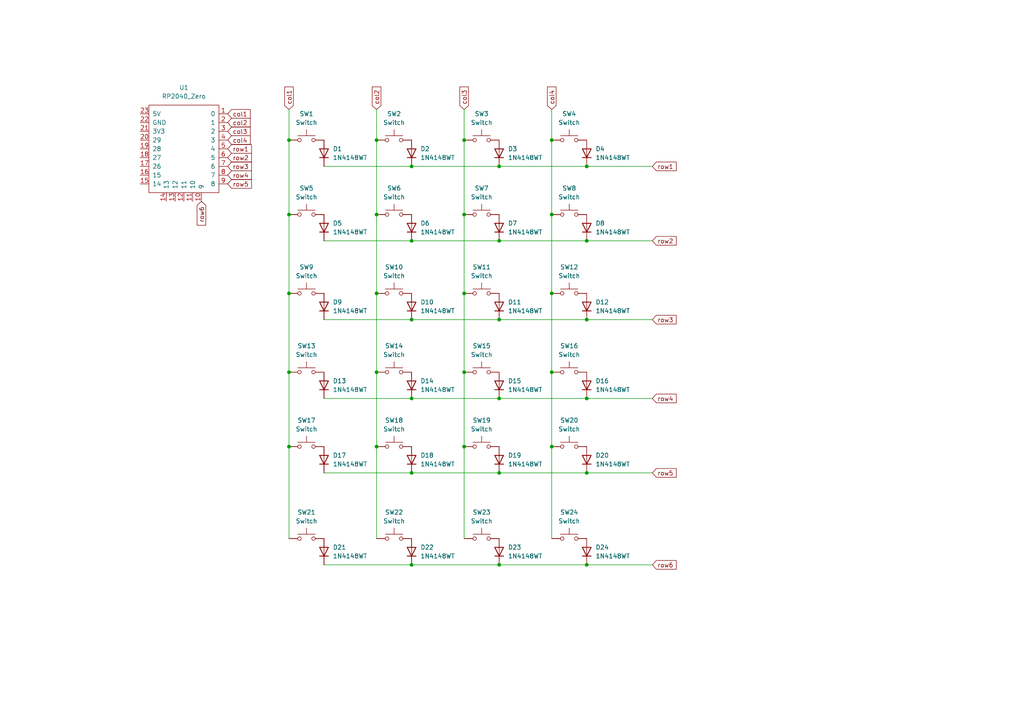
<source format=kicad_sch>
(kicad_sch (version 20250114) (generator "eeschema") (generator_version "9.0")
  (paper "A4")
  (lib_symbols
    (symbol "Diode:1N4148WT" (pin_numbers (hide yes)) (pin_names (hide yes))
      (property "Reference" "D" (at 0 2.54 0))
      (property "Value" "1N4148WT" (at 0 -2.54 0))
      (symbol "1N4148WT_0_1"
        (polyline (pts (xy -1.27 1.27) (xy -1.27 -1.27)) (stroke (width 0.254)))
        (polyline (pts (xy 1.27 1.27) (xy 1.27 -1.27) (xy -1.27 0) (xy 1.27 1.27)) (stroke (width 0.254)))
        (polyline (pts (xy 1.27 0) (xy -1.27 0)))
      )
      (symbol "1N4148WT_1_1"
        (pin passive line (at -3.81 0 0) (length 2.54) (name "K") (number "1"))
        (pin passive line (at 3.81 0 180) (length 2.54) (name "A") (number "2"))
      )
    )
    (symbol "ScottoKeebs:MCU_RP2040_Zero" (pin_names (offset 1.016))
      (property "Reference" "U" (at 0 15.24 0))
      (property "Value" "RP2040_Zero" (at 0 12.7 0))
      (symbol "MCU_RP2040_Zero_0_1"
        (rectangle (start -10.16 11.43) (end 10.16 -13.97))
      )
      (symbol "MCU_RP2040_Zero_1_1"
        (pin power_out line (at -12.7 8.89 0) (length 2.54) (name "5V") (number "23"))
        (pin power_out line (at -12.7 6.35 0) (length 2.54) (name "GND") (number "22"))
        (pin power_out line (at -12.7 3.81 0) (length 2.54) (name "3V3") (number "21"))
        (pin bidirectional line (at -12.7 1.27 0) (length 2.54) (name "29") (number "20"))
        (pin bidirectional line (at -12.7 -1.27 0) (length 2.54) (name "28") (number "19"))
        (pin bidirectional line (at -12.7 -3.81 0) (length 2.54) (name "27") (number "18"))
        (pin bidirectional line (at -12.7 -6.35 0) (length 2.54) (name "26") (number "17"))
        (pin bidirectional line (at -12.7 -8.89 0) (length 2.54) (name "15") (number "16"))
        (pin bidirectional line (at -12.7 -11.43 0) (length 2.54) (name "14") (number "15"))
        (pin bidirectional line (at -5.08 -16.51 90) (length 2.54) (name "13") (number "14"))
        (pin bidirectional line (at -2.54 -16.51 90) (length 2.54) (name "12") (number "13"))
        (pin bidirectional line (at 0 -16.51 90) (length 2.54) (name "11") (number "12"))
        (pin bidirectional line (at 2.54 -16.51 90) (length 2.54) (name "10") (number "11"))
        (pin bidirectional line (at 5.08 -16.51 90) (length 2.54) (name "9") (number "10"))
        (pin bidirectional line (at 12.7 8.89 180) (length 2.54) (name "0") (number "1"))
        (pin bidirectional line (at 12.7 6.35 180) (length 2.54) (name "1") (number "2"))
        (pin bidirectional line (at 12.7 3.81 180) (length 2.54) (name "2") (number "3"))
        (pin bidirectional line (at 12.7 1.27 180) (length 2.54) (name "3") (number "4"))
        (pin bidirectional line (at 12.7 -1.27 180) (length 2.54) (name "4") (number "5"))
        (pin bidirectional line (at 12.7 -3.81 180) (length 2.54) (name "5") (number "6"))
        (pin bidirectional line (at 12.7 -6.35 180) (length 2.54) (name "6") (number "7"))
        (pin bidirectional line (at 12.7 -8.89 180) (length 2.54) (name "7") (number "8"))
        (pin bidirectional line (at 12.7 -11.43 180) (length 2.54) (name "8") (number "9"))
      )
    )
    (symbol "ScottoKeebs:Placeholder_Switch" (pin_numbers (hide yes)) (pin_names (offset 1.016) (hide yes))
      (property "Reference" "SW" (at 1.27 2.54 0))
      (property "Value" "Switch" (at 0 -1.524 0))
      (symbol "Placeholder_Switch_0_1"
        (circle (center -2.032 0) (radius 0.508))
        (polyline (pts (xy 0 1.27) (xy 0 3.048)))
        (circle (center 2.032 0) (radius 0.508))
        (polyline (pts (xy 2.54 1.27) (xy -2.54 1.27)))
        (pin passive line (at -5.08 0 0) (length 2.54) (name "1") (number "1"))
        (pin passive line (at 5.08 0 180) (length 2.54) (name "2") (number "2"))
      )
    )
  )
  (junction (at 134.62 129.54))
  (junction (at 170.18 92.71))
  (junction (at 160.02 107.95))
  (junction (at 160.02 129.54))
  (junction (at 160.02 62.23))
  (junction (at 144.78 69.85))
  (junction (at 83.82 62.23))
  (junction (at 170.18 48.26))
  (junction (at 170.18 69.85))
  (junction (at 109.22 40.64))
  (junction (at 119.38 115.57))
  (junction (at 144.78 115.57))
  (junction (at 109.22 129.54))
  (junction (at 134.62 85.09))
  (junction (at 144.78 92.71))
  (junction (at 160.02 40.64))
  (junction (at 83.82 40.64))
  (junction (at 109.22 107.95))
  (junction (at 83.82 129.54))
  (junction (at 119.38 92.71))
  (junction (at 119.38 163.83))
  (junction (at 134.62 40.64))
  (junction (at 109.22 85.09))
  (junction (at 144.78 137.16))
  (junction (at 144.78 163.83))
  (junction (at 170.18 137.16))
  (junction (at 119.38 137.16))
  (junction (at 144.78 48.26))
  (junction (at 170.18 115.57))
  (junction (at 109.22 62.23))
  (junction (at 134.62 107.95))
  (junction (at 119.38 48.26))
  (junction (at 160.02 85.09))
  (junction (at 83.82 85.09))
  (junction (at 119.38 69.85))
  (junction (at 134.62 62.23))
  (junction (at 170.18 163.83))
  (junction (at 83.82 107.95))
  (wire (pts (xy 93.98 137.16) (xy 119.38 137.16)))
  (wire (pts (xy 144.78 92.71) (xy 170.18 92.71)))
  (wire (pts (xy 83.82 129.54) (xy 83.82 156.21)))
  (wire (pts (xy 119.38 92.71) (xy 144.78 92.71)))
  (wire (pts (xy 83.82 40.64) (xy 83.82 62.23)))
  (wire (pts (xy 170.18 137.16) (xy 189.23 137.16)))
  (wire (pts (xy 170.18 69.85) (xy 189.23 69.85)))
  (wire (pts (xy 93.98 48.26) (xy 119.38 48.26)))
  (wire (pts (xy 134.62 85.09) (xy 134.62 107.95)))
  (wire (pts (xy 119.38 137.16) (xy 144.78 137.16)))
  (wire (pts (xy 93.98 163.83) (xy 119.38 163.83)))
  (wire (pts (xy 170.18 115.57) (xy 189.23 115.57)))
  (wire (pts (xy 134.62 129.54) (xy 134.62 156.21)))
  (wire (pts (xy 144.78 115.57) (xy 170.18 115.57)))
  (wire (pts (xy 170.18 163.83) (xy 189.23 163.83)))
  (wire (pts (xy 160.02 107.95) (xy 160.02 129.54)))
  (wire (pts (xy 134.62 40.64) (xy 134.62 62.23)))
  (wire (pts (xy 119.38 163.83) (xy 144.78 163.83)))
  (wire (pts (xy 119.38 48.26) (xy 144.78 48.26)))
  (wire (pts (xy 160.02 62.23) (xy 160.02 85.09)))
  (wire (pts (xy 160.02 129.54) (xy 160.02 156.21)))
  (wire (pts (xy 160.02 40.64) (xy 160.02 62.23)))
  (wire (pts (xy 93.98 92.71) (xy 119.38 92.71)))
  (wire (pts (xy 83.82 31.75) (xy 83.82 40.64)))
  (wire (pts (xy 109.22 62.23) (xy 109.22 85.09)))
  (wire (pts (xy 109.22 31.75) (xy 109.22 40.64)))
  (wire (pts (xy 144.78 69.85) (xy 170.18 69.85)))
  (wire (pts (xy 83.82 85.09) (xy 83.82 107.95)))
  (wire (pts (xy 160.02 31.75) (xy 160.02 40.64)))
  (wire (pts (xy 109.22 107.95) (xy 109.22 129.54)))
  (wire (pts (xy 93.98 115.57) (xy 119.38 115.57)))
  (wire (pts (xy 144.78 48.26) (xy 170.18 48.26)))
  (wire (pts (xy 160.02 85.09) (xy 160.02 107.95)))
  (wire (pts (xy 83.82 62.23) (xy 83.82 85.09)))
  (wire (pts (xy 134.62 31.75) (xy 134.62 40.64)))
  (wire (pts (xy 134.62 62.23) (xy 134.62 85.09)))
  (wire (pts (xy 83.82 107.95) (xy 83.82 129.54)))
  (wire (pts (xy 119.38 69.85) (xy 144.78 69.85)))
  (wire (pts (xy 144.78 137.16) (xy 170.18 137.16)))
  (wire (pts (xy 109.22 85.09) (xy 109.22 107.95)))
  (wire (pts (xy 144.78 163.83) (xy 170.18 163.83)))
  (wire (pts (xy 134.62 107.95) (xy 134.62 129.54)))
  (wire (pts (xy 93.98 69.85) (xy 119.38 69.85)))
  (wire (pts (xy 119.38 115.57) (xy 144.78 115.57)))
  (wire (pts (xy 170.18 92.71) (xy 189.23 92.71)))
  (wire (pts (xy 109.22 129.54) (xy 109.22 156.21)))
  (wire (pts (xy 109.22 40.64) (xy 109.22 62.23)))
  (wire (pts (xy 170.18 48.26) (xy 189.23 48.26)))
  (global_label "row3" (shape input) (at 66.04 48.26 0) (property "Intersheetrefs" "${INTERSHEET_REFS}" (effects (hide yes))))
  (global_label "col4" (shape input) (at 160.02 31.75 90) (property "Intersheetrefs" "${INTERSHEET_REFS}" (effects (hide yes))))
  (global_label "row5" (shape input) (at 66.04 53.34 0) (property "Intersheetrefs" "${INTERSHEET_REFS}" (effects (hide yes))))
  (global_label "row3" (shape input) (at 189.23 92.71 0) (property "Intersheetrefs" "${INTERSHEET_REFS}" (effects (hide yes))))
  (global_label "row6" (shape input) (at 58.42 58.42 270) (property "Intersheetrefs" "${INTERSHEET_REFS}" (effects (hide yes))))
  (global_label "col2" (shape input) (at 109.22 31.75 90) (property "Intersheetrefs" "${INTERSHEET_REFS}" (effects (hide yes))))
  (global_label "col1" (shape input) (at 66.04 33.02 0) (property "Intersheetrefs" "${INTERSHEET_REFS}" (effects (hide yes))))
  (global_label "col1" (shape input) (at 83.82 31.75 90) (property "Intersheetrefs" "${INTERSHEET_REFS}" (effects (hide yes))))
  (global_label "col4" (shape input) (at 66.04 40.64 0) (property "Intersheetrefs" "${INTERSHEET_REFS}" (effects (hide yes))))
  (global_label "col2" (shape input) (at 66.04 35.56 0) (property "Intersheetrefs" "${INTERSHEET_REFS}" (effects (hide yes))))
  (global_label "row1" (shape input) (at 189.23 48.26 0) (property "Intersheetrefs" "${INTERSHEET_REFS}" (effects (hide yes))))
  (global_label "row5" (shape input) (at 189.23 137.16 0) (property "Intersheetrefs" "${INTERSHEET_REFS}" (effects (hide yes))))
  (global_label "col3" (shape input) (at 66.04 38.1 0) (property "Intersheetrefs" "${INTERSHEET_REFS}" (effects (hide yes))))
  (global_label "row4" (shape input) (at 66.04 50.8 0) (property "Intersheetrefs" "${INTERSHEET_REFS}" (effects (hide yes))))
  (global_label "col3" (shape input) (at 134.62 31.75 90) (property "Intersheetrefs" "${INTERSHEET_REFS}" (effects (hide yes))))
  (global_label "row6" (shape input) (at 189.23 163.83 0) (property "Intersheetrefs" "${INTERSHEET_REFS}" (effects (hide yes))))
  (global_label "row1" (shape input) (at 66.04 43.18 0) (property "Intersheetrefs" "${INTERSHEET_REFS}" (effects (hide yes))))
  (global_label "row2" (shape input) (at 66.04 45.72 0) (property "Intersheetrefs" "${INTERSHEET_REFS}" (effects (hide yes))))
  (global_label "row2" (shape input) (at 189.23 69.85 0) (property "Intersheetrefs" "${INTERSHEET_REFS}" (effects (hide yes))))
  (global_label "row4" (shape input) (at 189.23 115.57 0) (property "Intersheetrefs" "${INTERSHEET_REFS}" (effects (hide yes))))
  (symbol (lib_id "Diode:1N4148WT") (at 170.18 111.76 90) (unit 1)
    (property "Reference" "D16" (at 172.72 110.4899 90) (effects (justify right)))
    (property "Value" "1N4148WT" (at 172.72 113.0299 90) (effects (justify right)))
    (property "Footprint" "Diode_SMD:D_SOD-523" (effects (hide yes)))
    (property "Datasheet" "https://www.diodes.com/assets/Datasheets/ds30396.pdf" (effects (hide yes)))
    (property "Description" "75V 0.15A Fast switching Diode, SOD-523" (effects (hide yes)))
    (property "Sim.Device" "D" (effects (hide yes)))
    (property "Sim.Pins" "1=K 2=A" (effects (hide yes)))
  )
  (symbol (lib_id "Diode:1N4148WT") (at 170.18 133.35 90) (unit 1)
    (property "Reference" "D20" (at 172.72 132.0799 90) (effects (justify right)))
    (property "Value" "1N4148WT" (at 172.72 134.6199 90) (effects (justify right)))
    (property "Footprint" "Diode_SMD:D_SOD-523" (effects (hide yes)))
    (property "Datasheet" "https://www.diodes.com/assets/Datasheets/ds30396.pdf" (effects (hide yes)))
    (property "Description" "75V 0.15A Fast switching Diode, SOD-523" (effects (hide yes)))
    (property "Sim.Device" "D" (effects (hide yes)))
    (property "Sim.Pins" "1=K 2=A" (effects (hide yes)))
  )
  (symbol (lib_id "ScottoKeebs:Placeholder_Switch") (at 165.1 156.21 0) (unit 1)
    (property "Reference" "SW24" (at 165.1 148.59 0))
    (property "Value" "Switch" (at 165.1 151.13 0))
    (property "Description" "Push button switch, generic, two pins" (effects (hide yes)))
  )
  (symbol (lib_id "ScottoKeebs:Placeholder_Switch") (at 114.3 129.54 0) (unit 1)
    (property "Reference" "SW18" (at 114.3 121.92 0))
    (property "Value" "Switch" (at 114.3 124.46 0))
    (property "Description" "Push button switch, generic, two pins" (effects (hide yes)))
  )
  (symbol (lib_id "ScottoKeebs:Placeholder_Switch") (at 139.7 129.54 0) (unit 1)
    (property "Reference" "SW19" (at 139.7 121.92 0))
    (property "Value" "Switch" (at 139.7 124.46 0))
    (property "Description" "Push button switch, generic, two pins" (effects (hide yes)))
  )
  (symbol (lib_id "Diode:1N4148WT") (at 170.18 88.9 90) (unit 1)
    (property "Reference" "D12" (at 172.72 87.6299 90) (effects (justify right)))
    (property "Value" "1N4148WT" (at 172.72 90.1699 90) (effects (justify right)))
    (property "Footprint" "Diode_SMD:D_SOD-523" (effects (hide yes)))
    (property "Datasheet" "https://www.diodes.com/assets/Datasheets/ds30396.pdf" (effects (hide yes)))
    (property "Description" "75V 0.15A Fast switching Diode, SOD-523" (effects (hide yes)))
    (property "Sim.Device" "D" (effects (hide yes)))
    (property "Sim.Pins" "1=K 2=A" (effects (hide yes)))
  )
  (symbol (lib_id "ScottoKeebs:Placeholder_Switch") (at 139.7 156.21 0) (unit 1)
    (property "Reference" "SW23" (at 139.7 148.59 0))
    (property "Value" "Switch" (at 139.7 151.13 0))
    (property "Description" "Push button switch, generic, two pins" (effects (hide yes)))
  )
  (symbol (lib_id "Diode:1N4148WT") (at 119.38 66.04 90) (unit 1)
    (property "Reference" "D6" (at 121.92 64.7699 90) (effects (justify right)))
    (property "Value" "1N4148WT" (at 121.92 67.3099 90) (effects (justify right)))
    (property "Footprint" "Diode_SMD:D_SOD-523" (effects (hide yes)))
    (property "Datasheet" "https://www.diodes.com/assets/Datasheets/ds30396.pdf" (effects (hide yes)))
    (property "Description" "75V 0.15A Fast switching Diode, SOD-523" (effects (hide yes)))
    (property "Sim.Device" "D" (effects (hide yes)))
    (property "Sim.Pins" "1=K 2=A" (effects (hide yes)))
  )
  (symbol (lib_id "Diode:1N4148WT") (at 119.38 133.35 90) (unit 1)
    (property "Reference" "D18" (at 121.92 132.0799 90) (effects (justify right)))
    (property "Value" "1N4148WT" (at 121.92 134.6199 90) (effects (justify right)))
    (property "Footprint" "Diode_SMD:D_SOD-523" (effects (hide yes)))
    (property "Datasheet" "https://www.diodes.com/assets/Datasheets/ds30396.pdf" (effects (hide yes)))
    (property "Description" "75V 0.15A Fast switching Diode, SOD-523" (effects (hide yes)))
    (property "Sim.Device" "D" (effects (hide yes)))
    (property "Sim.Pins" "1=K 2=A" (effects (hide yes)))
  )
  (symbol (lib_id "ScottoKeebs:Placeholder_Switch") (at 114.3 107.95 0) (unit 1)
    (property "Reference" "SW14" (at 114.3 100.33 0))
    (property "Value" "Switch" (at 114.3 102.87 0))
    (property "Description" "Push button switch, generic, two pins" (effects (hide yes)))
  )
  (symbol (lib_id "ScottoKeebs:Placeholder_Switch") (at 114.3 156.21 0) (unit 1)
    (property "Reference" "SW22" (at 114.3 148.59 0))
    (property "Value" "Switch" (at 114.3 151.13 0))
    (property "Description" "Push button switch, generic, two pins" (effects (hide yes)))
  )
  (symbol (lib_id "ScottoKeebs:Placeholder_Switch") (at 139.7 62.23 0) (unit 1)
    (property "Reference" "SW7" (at 139.7 54.61 0))
    (property "Value" "Switch" (at 139.7 57.15 0))
    (property "Description" "Push button switch, generic, two pins" (effects (hide yes)))
  )
  (symbol (lib_id "Diode:1N4148WT") (at 170.18 44.45 90) (unit 1)
    (property "Reference" "D4" (at 172.72 43.1799 90) (effects (justify right)))
    (property "Value" "1N4148WT" (at 172.72 45.7199 90) (effects (justify right)))
    (property "Footprint" "Diode_SMD:D_SOD-523" (effects (hide yes)))
    (property "Datasheet" "https://www.diodes.com/assets/Datasheets/ds30396.pdf" (effects (hide yes)))
    (property "Description" "75V 0.15A Fast switching Diode, SOD-523" (effects (hide yes)))
    (property "Sim.Device" "D" (effects (hide yes)))
    (property "Sim.Pins" "1=K 2=A" (effects (hide yes)))
  )
  (symbol (lib_id "ScottoKeebs:Placeholder_Switch") (at 88.9 107.95 0) (unit 1)
    (property "Reference" "SW13" (at 88.9 100.33 0))
    (property "Value" "Switch" (at 88.9 102.87 0))
    (property "Description" "Push button switch, generic, two pins" (effects (hide yes)))
  )
  (symbol (lib_id "ScottoKeebs:Placeholder_Switch") (at 165.1 107.95 0) (unit 1)
    (property "Reference" "SW16" (at 165.1 100.33 0))
    (property "Value" "Switch" (at 165.1 102.87 0))
    (property "Description" "Push button switch, generic, two pins" (effects (hide yes)))
  )
  (symbol (lib_id "Diode:1N4148WT") (at 144.78 44.45 90) (unit 1)
    (property "Reference" "D3" (at 147.32 43.1799 90) (effects (justify right)))
    (property "Value" "1N4148WT" (at 147.32 45.7199 90) (effects (justify right)))
    (property "Footprint" "Diode_SMD:D_SOD-523" (effects (hide yes)))
    (property "Datasheet" "https://www.diodes.com/assets/Datasheets/ds30396.pdf" (effects (hide yes)))
    (property "Description" "75V 0.15A Fast switching Diode, SOD-523" (effects (hide yes)))
    (property "Sim.Device" "D" (effects (hide yes)))
    (property "Sim.Pins" "1=K 2=A" (effects (hide yes)))
  )
  (symbol (lib_id "Diode:1N4148WT") (at 144.78 111.76 90) (unit 1)
    (property "Reference" "D15" (at 147.32 110.4899 90) (effects (justify right)))
    (property "Value" "1N4148WT" (at 147.32 113.0299 90) (effects (justify right)))
    (property "Footprint" "Diode_SMD:D_SOD-523" (effects (hide yes)))
    (property "Datasheet" "https://www.diodes.com/assets/Datasheets/ds30396.pdf" (effects (hide yes)))
    (property "Description" "75V 0.15A Fast switching Diode, SOD-523" (effects (hide yes)))
    (property "Sim.Device" "D" (effects (hide yes)))
    (property "Sim.Pins" "1=K 2=A" (effects (hide yes)))
  )
  (symbol (lib_id "Diode:1N4148WT") (at 93.98 44.45 90) (unit 1)
    (property "Reference" "D1" (at 96.52 43.1799 90) (effects (justify right)))
    (property "Value" "1N4148WT" (at 96.52 45.7199 90) (effects (justify right)))
    (property "Footprint" "Diode_SMD:D_SOD-523" (effects (hide yes)))
    (property "Datasheet" "https://www.diodes.com/assets/Datasheets/ds30396.pdf" (effects (hide yes)))
    (property "Description" "75V 0.15A Fast switching Diode, SOD-523" (effects (hide yes)))
    (property "Sim.Device" "D" (effects (hide yes)))
    (property "Sim.Pins" "1=K 2=A" (effects (hide yes)))
  )
  (symbol (lib_id "ScottoKeebs:MCU_RP2040_Zero") (at 53.34 41.91 0) (unit 1)
    (property "Reference" "U1" (at 53.34 25.4 0))
    (property "Value" "RP2040_Zero" (at 53.34 27.94 0))
    (property "Footprint" "ScottoKeebs_MCU:RP2040_Zero" (effects (hide yes)))
  )
  (symbol (lib_id "ScottoKeebs:Placeholder_Switch") (at 88.9 85.09 0) (unit 1)
    (property "Reference" "SW9" (at 88.9 77.47 0))
    (property "Value" "Switch" (at 88.9 80.01 0))
    (property "Description" "Push button switch, generic, two pins" (effects (hide yes)))
  )
  (symbol (lib_id "Diode:1N4148WT") (at 119.38 111.76 90) (unit 1)
    (property "Reference" "D14" (at 121.92 110.4899 90) (effects (justify right)))
    (property "Value" "1N4148WT" (at 121.92 113.0299 90) (effects (justify right)))
    (property "Footprint" "Diode_SMD:D_SOD-523" (effects (hide yes)))
    (property "Datasheet" "https://www.diodes.com/assets/Datasheets/ds30396.pdf" (effects (hide yes)))
    (property "Description" "75V 0.15A Fast switching Diode, SOD-523" (effects (hide yes)))
    (property "Sim.Device" "D" (effects (hide yes)))
    (property "Sim.Pins" "1=K 2=A" (effects (hide yes)))
  )
  (symbol (lib_id "ScottoKeebs:Placeholder_Switch") (at 88.9 40.64 0) (unit 1)
    (property "Reference" "SW1" (at 88.9 33.02 0))
    (property "Value" "Switch" (at 88.9 35.56 0))
    (property "Description" "Push button switch, generic, two pins" (effects (hide yes)))
  )
  (symbol (lib_id "Diode:1N4148WT") (at 144.78 133.35 90) (unit 1)
    (property "Reference" "D19" (at 147.32 132.0799 90) (effects (justify right)))
    (property "Value" "1N4148WT" (at 147.32 134.6199 90) (effects (justify right)))
    (property "Footprint" "Diode_SMD:D_SOD-523" (effects (hide yes)))
    (property "Datasheet" "https://www.diodes.com/assets/Datasheets/ds30396.pdf" (effects (hide yes)))
    (property "Description" "75V 0.15A Fast switching Diode, SOD-523" (effects (hide yes)))
    (property "Sim.Device" "D" (effects (hide yes)))
    (property "Sim.Pins" "1=K 2=A" (effects (hide yes)))
  )
  (symbol (lib_id "Diode:1N4148WT") (at 93.98 66.04 90) (unit 1)
    (property "Reference" "D5" (at 96.52 64.7699 90) (effects (justify right)))
    (property "Value" "1N4148WT" (at 96.52 67.3099 90) (effects (justify right)))
    (property "Footprint" "Diode_SMD:D_SOD-523" (effects (hide yes)))
    (property "Datasheet" "https://www.diodes.com/assets/Datasheets/ds30396.pdf" (effects (hide yes)))
    (property "Description" "75V 0.15A Fast switching Diode, SOD-523" (effects (hide yes)))
    (property "Sim.Device" "D" (effects (hide yes)))
    (property "Sim.Pins" "1=K 2=A" (effects (hide yes)))
  )
  (symbol (lib_id "Diode:1N4148WT") (at 119.38 160.02 90) (unit 1)
    (property "Reference" "D22" (at 121.92 158.7499 90) (effects (justify right)))
    (property "Value" "1N4148WT" (at 121.92 161.2899 90) (effects (justify right)))
    (property "Footprint" "Diode_SMD:D_SOD-523" (effects (hide yes)))
    (property "Datasheet" "https://www.diodes.com/assets/Datasheets/ds30396.pdf" (effects (hide yes)))
    (property "Description" "75V 0.15A Fast switching Diode, SOD-523" (effects (hide yes)))
    (property "Sim.Device" "D" (effects (hide yes)))
    (property "Sim.Pins" "1=K 2=A" (effects (hide yes)))
  )
  (symbol (lib_id "Diode:1N4148WT") (at 93.98 160.02 90) (unit 1)
    (property "Reference" "D21" (at 96.52 158.7499 90) (effects (justify right)))
    (property "Value" "1N4148WT" (at 96.52 161.2899 90) (effects (justify right)))
    (property "Footprint" "Diode_SMD:D_SOD-523" (effects (hide yes)))
    (property "Datasheet" "https://www.diodes.com/assets/Datasheets/ds30396.pdf" (effects (hide yes)))
    (property "Description" "75V 0.15A Fast switching Diode, SOD-523" (effects (hide yes)))
    (property "Sim.Device" "D" (effects (hide yes)))
    (property "Sim.Pins" "1=K 2=A" (effects (hide yes)))
  )
  (symbol (lib_id "Diode:1N4148WT") (at 144.78 160.02 90) (unit 1)
    (property "Reference" "D23" (at 147.32 158.7499 90) (effects (justify right)))
    (property "Value" "1N4148WT" (at 147.32 161.2899 90) (effects (justify right)))
    (property "Footprint" "Diode_SMD:D_SOD-523" (effects (hide yes)))
    (property "Datasheet" "https://www.diodes.com/assets/Datasheets/ds30396.pdf" (effects (hide yes)))
    (property "Description" "75V 0.15A Fast switching Diode, SOD-523" (effects (hide yes)))
    (property "Sim.Device" "D" (effects (hide yes)))
    (property "Sim.Pins" "1=K 2=A" (effects (hide yes)))
  )
  (symbol (lib_id "ScottoKeebs:Placeholder_Switch") (at 114.3 85.09 0) (unit 1)
    (property "Reference" "SW10" (at 114.3 77.47 0))
    (property "Value" "Switch" (at 114.3 80.01 0))
    (property "Description" "Push button switch, generic, two pins" (effects (hide yes)))
  )
  (symbol (lib_id "Diode:1N4148WT") (at 144.78 88.9 90) (unit 1)
    (property "Reference" "D11" (at 147.32 87.6299 90) (effects (justify right)))
    (property "Value" "1N4148WT" (at 147.32 90.1699 90) (effects (justify right)))
    (property "Footprint" "Diode_SMD:D_SOD-523" (effects (hide yes)))
    (property "Datasheet" "https://www.diodes.com/assets/Datasheets/ds30396.pdf" (effects (hide yes)))
    (property "Description" "75V 0.15A Fast switching Diode, SOD-523" (effects (hide yes)))
    (property "Sim.Device" "D" (effects (hide yes)))
    (property "Sim.Pins" "1=K 2=A" (effects (hide yes)))
  )
  (symbol (lib_id "Diode:1N4148WT") (at 119.38 44.45 90) (unit 1)
    (property "Reference" "D2" (at 121.92 43.1799 90) (effects (justify right)))
    (property "Value" "1N4148WT" (at 121.92 45.7199 90) (effects (justify right)))
    (property "Footprint" "Diode_SMD:D_SOD-523" (effects (hide yes)))
    (property "Datasheet" "https://www.diodes.com/assets/Datasheets/ds30396.pdf" (effects (hide yes)))
    (property "Description" "75V 0.15A Fast switching Diode, SOD-523" (effects (hide yes)))
    (property "Sim.Device" "D" (effects (hide yes)))
    (property "Sim.Pins" "1=K 2=A" (effects (hide yes)))
  )
  (symbol (lib_id "ScottoKeebs:Placeholder_Switch") (at 88.9 129.54 0) (unit 1)
    (property "Reference" "SW17" (at 88.9 121.92 0))
    (property "Value" "Switch" (at 88.9 124.46 0))
    (property "Description" "Push button switch, generic, two pins" (effects (hide yes)))
  )
  (symbol (lib_id "ScottoKeebs:Placeholder_Switch") (at 139.7 85.09 0) (unit 1)
    (property "Reference" "SW11" (at 139.7 77.47 0))
    (property "Value" "Switch" (at 139.7 80.01 0))
    (property "Description" "Push button switch, generic, two pins" (effects (hide yes)))
  )
  (symbol (lib_id "Diode:1N4148WT") (at 93.98 88.9 90) (unit 1)
    (property "Reference" "D9" (at 96.52 87.6299 90) (effects (justify right)))
    (property "Value" "1N4148WT" (at 96.52 90.1699 90) (effects (justify right)))
    (property "Footprint" "Diode_SMD:D_SOD-523" (effects (hide yes)))
    (property "Datasheet" "https://www.diodes.com/assets/Datasheets/ds30396.pdf" (effects (hide yes)))
    (property "Description" "75V 0.15A Fast switching Diode, SOD-523" (effects (hide yes)))
    (property "Sim.Device" "D" (effects (hide yes)))
    (property "Sim.Pins" "1=K 2=A" (effects (hide yes)))
  )
  (symbol (lib_id "ScottoKeebs:Placeholder_Switch") (at 114.3 62.23 0) (unit 1)
    (property "Reference" "SW6" (at 114.3 54.61 0))
    (property "Value" "Switch" (at 114.3 57.15 0))
    (property "Description" "Push button switch, generic, two pins" (effects (hide yes)))
  )
  (symbol (lib_id "ScottoKeebs:Placeholder_Switch") (at 165.1 129.54 0) (unit 1)
    (property "Reference" "SW20" (at 165.1 121.92 0))
    (property "Value" "Switch" (at 165.1 124.46 0))
    (property "Description" "Push button switch, generic, two pins" (effects (hide yes)))
  )
  (symbol (lib_id "ScottoKeebs:Placeholder_Switch") (at 139.7 107.95 0) (unit 1)
    (property "Reference" "SW15" (at 139.7 100.33 0))
    (property "Value" "Switch" (at 139.7 102.87 0))
    (property "Description" "Push button switch, generic, two pins" (effects (hide yes)))
  )
  (symbol (lib_id "ScottoKeebs:Placeholder_Switch") (at 88.9 156.21 0) (unit 1)
    (property "Reference" "SW21" (at 88.9 148.59 0))
    (property "Value" "Switch" (at 88.9 151.13 0))
    (property "Description" "Push button switch, generic, two pins" (effects (hide yes)))
  )
  (symbol (lib_id "Diode:1N4148WT") (at 170.18 160.02 90) (unit 1)
    (property "Reference" "D24" (at 172.72 158.7499 90) (effects (justify right)))
    (property "Value" "1N4148WT" (at 172.72 161.2899 90) (effects (justify right)))
    (property "Footprint" "Diode_SMD:D_SOD-523" (effects (hide yes)))
    (property "Datasheet" "https://www.diodes.com/assets/Datasheets/ds30396.pdf" (effects (hide yes)))
    (property "Description" "75V 0.15A Fast switching Diode, SOD-523" (effects (hide yes)))
    (property "Sim.Device" "D" (effects (hide yes)))
    (property "Sim.Pins" "1=K 2=A" (effects (hide yes)))
  )
  (symbol (lib_id "Diode:1N4148WT") (at 170.18 66.04 90) (unit 1)
    (property "Reference" "D8" (at 172.72 64.7699 90) (effects (justify right)))
    (property "Value" "1N4148WT" (at 172.72 67.3099 90) (effects (justify right)))
    (property "Footprint" "Diode_SMD:D_SOD-523" (effects (hide yes)))
    (property "Datasheet" "https://www.diodes.com/assets/Datasheets/ds30396.pdf" (effects (hide yes)))
    (property "Description" "75V 0.15A Fast switching Diode, SOD-523" (effects (hide yes)))
    (property "Sim.Device" "D" (effects (hide yes)))
    (property "Sim.Pins" "1=K 2=A" (effects (hide yes)))
  )
  (symbol (lib_id "Diode:1N4148WT") (at 119.38 88.9 90) (unit 1)
    (property "Reference" "D10" (at 121.92 87.6299 90) (effects (justify right)))
    (property "Value" "1N4148WT" (at 121.92 90.1699 90) (effects (justify right)))
    (property "Footprint" "Diode_SMD:D_SOD-523" (effects (hide yes)))
    (property "Datasheet" "https://www.diodes.com/assets/Datasheets/ds30396.pdf" (effects (hide yes)))
    (property "Description" "75V 0.15A Fast switching Diode, SOD-523" (effects (hide yes)))
    (property "Sim.Device" "D" (effects (hide yes)))
    (property "Sim.Pins" "1=K 2=A" (effects (hide yes)))
  )
  (symbol (lib_id "ScottoKeebs:Placeholder_Switch") (at 139.7 40.64 0) (unit 1)
    (property "Reference" "SW3" (at 139.7 33.02 0))
    (property "Value" "Switch" (at 139.7 35.56 0))
    (property "Description" "Push button switch, generic, two pins" (effects (hide yes)))
  )
  (symbol (lib_id "ScottoKeebs:Placeholder_Switch") (at 165.1 85.09 0) (unit 1)
    (property "Reference" "SW12" (at 165.1 77.47 0))
    (property "Value" "Switch" (at 165.1 80.01 0))
    (property "Description" "Push button switch, generic, two pins" (effects (hide yes)))
  )
  (symbol (lib_id "ScottoKeebs:Placeholder_Switch") (at 88.9 62.23 0) (unit 1)
    (property "Reference" "SW5" (at 88.9 54.61 0))
    (property "Value" "Switch" (at 88.9 57.15 0))
    (property "Description" "Push button switch, generic, two pins" (effects (hide yes)))
  )
  (symbol (lib_id "Diode:1N4148WT") (at 144.78 66.04 90) (unit 1)
    (property "Reference" "D7" (at 147.32 64.7699 90) (effects (justify right)))
    (property "Value" "1N4148WT" (at 147.32 67.3099 90) (effects (justify right)))
    (property "Footprint" "Diode_SMD:D_SOD-523" (effects (hide yes)))
    (property "Datasheet" "https://www.diodes.com/assets/Datasheets/ds30396.pdf" (effects (hide yes)))
    (property "Description" "75V 0.15A Fast switching Diode, SOD-523" (effects (hide yes)))
    (property "Sim.Device" "D" (effects (hide yes)))
    (property "Sim.Pins" "1=K 2=A" (effects (hide yes)))
  )
  (symbol (lib_id "ScottoKeebs:Placeholder_Switch") (at 165.1 40.64 0) (unit 1)
    (property "Reference" "SW4" (at 165.1 33.02 0))
    (property "Value" "Switch" (at 165.1 35.56 0))
    (property "Description" "Push button switch, generic, two pins" (effects (hide yes)))
  )
  (symbol (lib_id "ScottoKeebs:Placeholder_Switch") (at 114.3 40.64 0) (unit 1)
    (property "Reference" "SW2" (at 114.3 33.02 0))
    (property "Value" "Switch" (at 114.3 35.56 0))
    (property "Description" "Push button switch, generic, two pins" (effects (hide yes)))
  )
  (symbol (lib_id "Diode:1N4148WT") (at 93.98 111.76 90) (unit 1)
    (property "Reference" "D13" (at 96.52 110.4899 90) (effects (justify right)))
    (property "Value" "1N4148WT" (at 96.52 113.0299 90) (effects (justify right)))
    (property "Footprint" "Diode_SMD:D_SOD-523" (effects (hide yes)))
    (property "Datasheet" "https://www.diodes.com/assets/Datasheets/ds30396.pdf" (effects (hide yes)))
    (property "Description" "75V 0.15A Fast switching Diode, SOD-523" (effects (hide yes)))
    (property "Sim.Device" "D" (effects (hide yes)))
    (property "Sim.Pins" "1=K 2=A" (effects (hide yes)))
  )
  (symbol (lib_id "ScottoKeebs:Placeholder_Switch") (at 165.1 62.23 0) (unit 1)
    (property "Reference" "SW8" (at 165.1 54.61 0))
    (property "Value" "Switch" (at 165.1 57.15 0))
    (property "Description" "Push button switch, generic, two pins" (effects (hide yes)))
  )
  (symbol (lib_id "Diode:1N4148WT") (at 93.98 133.35 90) (unit 1)
    (property "Reference" "D17" (at 96.52 132.0799 90) (effects (justify right)))
    (property "Value" "1N4148WT" (at 96.52 134.6199 90) (effects (justify right)))
    (property "Footprint" "Diode_SMD:D_SOD-523" (effects (hide yes)))
    (property "Datasheet" "https://www.diodes.com/assets/Datasheets/ds30396.pdf" (effects (hide yes)))
    (property "Description" "75V 0.15A Fast switching Diode, SOD-523" (effects (hide yes)))
    (property "Sim.Device" "D" (effects (hide yes)))
    (property "Sim.Pins" "1=K 2=A" (effects (hide yes)))
  )
)
</source>
